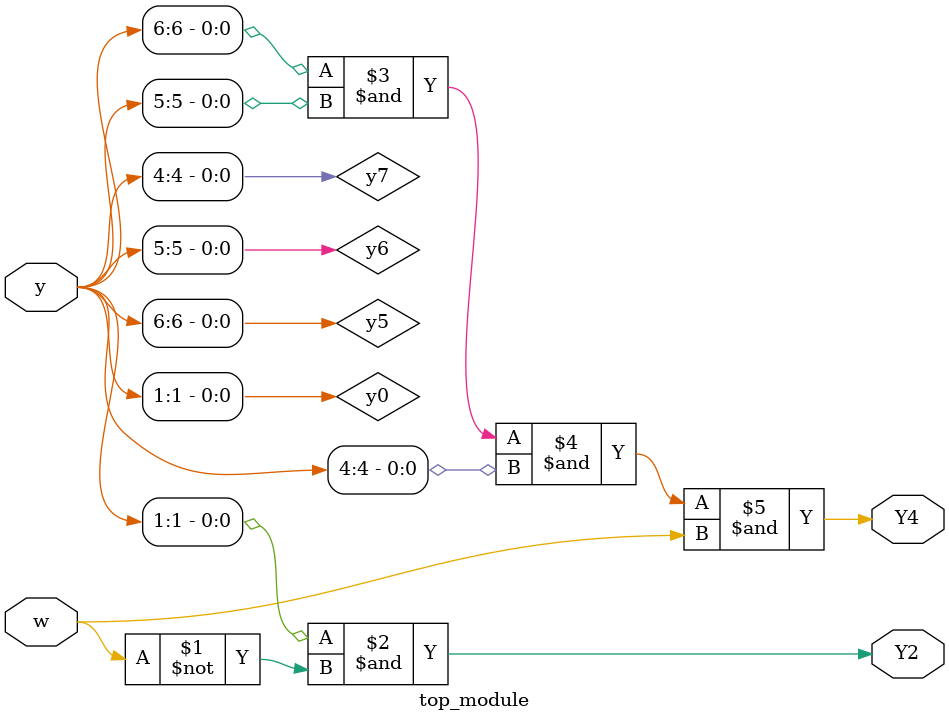
<source format=sv>
module top_module (
	input [6:1] y,
	input w,
	output Y2,
	output Y4
);
  wire y0 = y[1];
  wire y5 = y[6];
  wire y6 = y[5];
  wire y7 = y[4];
  
  assign Y2 = y0 & ~w;
  assign Y4 = y5 & y6 & y7 & w;
  
endmodule

</source>
